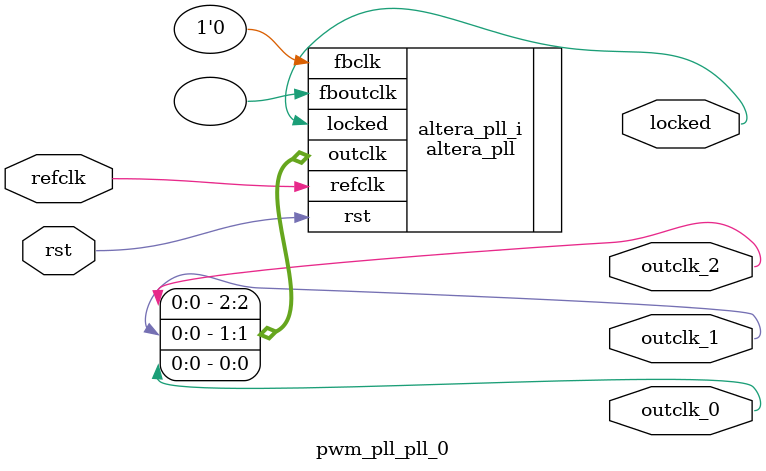
<source format=v>
`timescale 1ns/10ps
module  pwm_pll_pll_0(

	// interface 'refclk'
	input wire refclk,

	// interface 'reset'
	input wire rst,

	// interface 'outclk0'
	output wire outclk_0,

	// interface 'outclk1'
	output wire outclk_1,

	// interface 'outclk2'
	output wire outclk_2,

	// interface 'locked'
	output wire locked
);

	altera_pll #(
		.fractional_vco_multiplier("false"),
		.reference_clock_frequency("50.0 MHz"),
		.operation_mode("normal"),
		.number_of_clocks(3),
		.output_clock_frequency0("5.000000 MHz"),
		.phase_shift0("0 ps"),
		.duty_cycle0(50),
		.output_clock_frequency1("5.000000 MHz"),
		.phase_shift1("0 ps"),
		.duty_cycle1(50),
		.output_clock_frequency2("5.000000 MHz"),
		.phase_shift2("0 ps"),
		.duty_cycle2(50),
		.output_clock_frequency3("0 MHz"),
		.phase_shift3("0 ps"),
		.duty_cycle3(50),
		.output_clock_frequency4("0 MHz"),
		.phase_shift4("0 ps"),
		.duty_cycle4(50),
		.output_clock_frequency5("0 MHz"),
		.phase_shift5("0 ps"),
		.duty_cycle5(50),
		.output_clock_frequency6("0 MHz"),
		.phase_shift6("0 ps"),
		.duty_cycle6(50),
		.output_clock_frequency7("0 MHz"),
		.phase_shift7("0 ps"),
		.duty_cycle7(50),
		.output_clock_frequency8("0 MHz"),
		.phase_shift8("0 ps"),
		.duty_cycle8(50),
		.output_clock_frequency9("0 MHz"),
		.phase_shift9("0 ps"),
		.duty_cycle9(50),
		.output_clock_frequency10("0 MHz"),
		.phase_shift10("0 ps"),
		.duty_cycle10(50),
		.output_clock_frequency11("0 MHz"),
		.phase_shift11("0 ps"),
		.duty_cycle11(50),
		.output_clock_frequency12("0 MHz"),
		.phase_shift12("0 ps"),
		.duty_cycle12(50),
		.output_clock_frequency13("0 MHz"),
		.phase_shift13("0 ps"),
		.duty_cycle13(50),
		.output_clock_frequency14("0 MHz"),
		.phase_shift14("0 ps"),
		.duty_cycle14(50),
		.output_clock_frequency15("0 MHz"),
		.phase_shift15("0 ps"),
		.duty_cycle15(50),
		.output_clock_frequency16("0 MHz"),
		.phase_shift16("0 ps"),
		.duty_cycle16(50),
		.output_clock_frequency17("0 MHz"),
		.phase_shift17("0 ps"),
		.duty_cycle17(50),
		.pll_type("General"),
		.pll_subtype("General")
	) altera_pll_i (
		.rst	(rst),
		.outclk	({outclk_2, outclk_1, outclk_0}),
		.locked	(locked),
		.fboutclk	( ),
		.fbclk	(1'b0),
		.refclk	(refclk)
	);
endmodule


</source>
